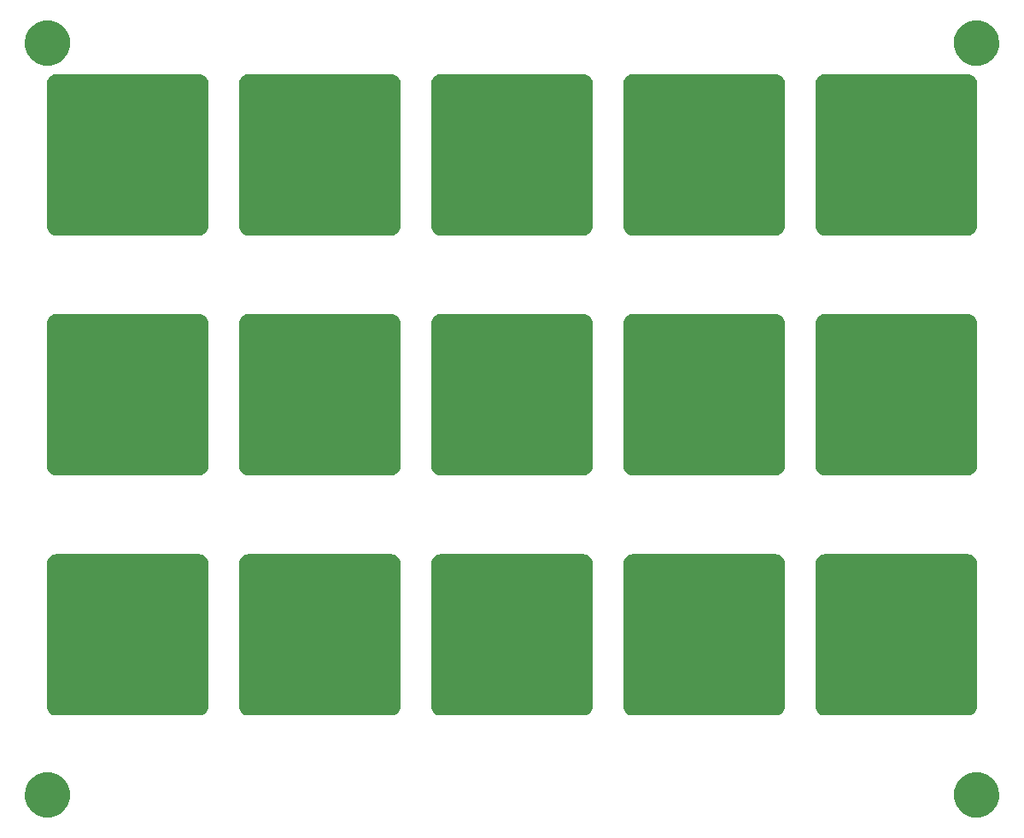
<source format=gbs>
G04 #@! TF.GenerationSoftware,KiCad,Pcbnew,(5.0.2)-1*
G04 #@! TF.CreationDate,2019-04-26T21:04:54-07:00*
G04 #@! TF.ProjectId,Summit Top,53756d6d-6974-4205-946f-702e6b696361,rev?*
G04 #@! TF.SameCoordinates,Original*
G04 #@! TF.FileFunction,Soldermask,Bot*
G04 #@! TF.FilePolarity,Negative*
%FSLAX46Y46*%
G04 Gerber Fmt 4.6, Leading zero omitted, Abs format (unit mm)*
G04 Created by KiCad (PCBNEW (5.0.2)-1) date 4/26/2019 9:04:54 PM*
%MOMM*%
%LPD*%
G01*
G04 APERTURE LIST*
%ADD10C,0.100000*%
G04 APERTURE END LIST*
D10*
G36*
X132070945Y-108891254D02*
X132419093Y-108960504D01*
X132828749Y-109130189D01*
X133197429Y-109376534D01*
X133510966Y-109690071D01*
X133757311Y-110058751D01*
X133926996Y-110468407D01*
X133977836Y-110724000D01*
X134013500Y-110903294D01*
X134013500Y-111346706D01*
X133996246Y-111433445D01*
X133926996Y-111781593D01*
X133757311Y-112191249D01*
X133510966Y-112559929D01*
X133197429Y-112873466D01*
X132828749Y-113119811D01*
X132419093Y-113289496D01*
X132070945Y-113358746D01*
X131984206Y-113376000D01*
X131540794Y-113376000D01*
X131454055Y-113358746D01*
X131105907Y-113289496D01*
X130696251Y-113119811D01*
X130327571Y-112873466D01*
X130014034Y-112559929D01*
X129767689Y-112191249D01*
X129598004Y-111781593D01*
X129528754Y-111433445D01*
X129511500Y-111346706D01*
X129511500Y-110903294D01*
X129547164Y-110724000D01*
X129598004Y-110468407D01*
X129767689Y-110058751D01*
X130014034Y-109690071D01*
X130327571Y-109376534D01*
X130696251Y-109130189D01*
X131105907Y-108960504D01*
X131454055Y-108891254D01*
X131540794Y-108874000D01*
X131984206Y-108874000D01*
X132070945Y-108891254D01*
X132070945Y-108891254D01*
G37*
G36*
X39995945Y-108891254D02*
X40344093Y-108960504D01*
X40753749Y-109130189D01*
X41122429Y-109376534D01*
X41435966Y-109690071D01*
X41682311Y-110058751D01*
X41851996Y-110468407D01*
X41902836Y-110724000D01*
X41938500Y-110903294D01*
X41938500Y-111346706D01*
X41921246Y-111433445D01*
X41851996Y-111781593D01*
X41682311Y-112191249D01*
X41435966Y-112559929D01*
X41122429Y-112873466D01*
X40753749Y-113119811D01*
X40344093Y-113289496D01*
X39995945Y-113358746D01*
X39909206Y-113376000D01*
X39465794Y-113376000D01*
X39379055Y-113358746D01*
X39030907Y-113289496D01*
X38621251Y-113119811D01*
X38252571Y-112873466D01*
X37939034Y-112559929D01*
X37692689Y-112191249D01*
X37523004Y-111781593D01*
X37453754Y-111433445D01*
X37436500Y-111346706D01*
X37436500Y-110903294D01*
X37472164Y-110724000D01*
X37523004Y-110468407D01*
X37692689Y-110058751D01*
X37939034Y-109690071D01*
X38252571Y-109376534D01*
X38621251Y-109130189D01*
X39030907Y-108960504D01*
X39379055Y-108891254D01*
X39465794Y-108874000D01*
X39909206Y-108874000D01*
X39995945Y-108891254D01*
X39995945Y-108891254D01*
G37*
G36*
X131108006Y-87267706D02*
X131274973Y-87318355D01*
X131428845Y-87400602D01*
X131563714Y-87511286D01*
X131674398Y-87646155D01*
X131756645Y-87800027D01*
X131807294Y-87966994D01*
X131825000Y-88146765D01*
X131825000Y-102353235D01*
X131807294Y-102533006D01*
X131756645Y-102699973D01*
X131674398Y-102853845D01*
X131563714Y-102988714D01*
X131428845Y-103099398D01*
X131274973Y-103181645D01*
X131108006Y-103232294D01*
X130928235Y-103250000D01*
X116721765Y-103250000D01*
X116541994Y-103232294D01*
X116375027Y-103181645D01*
X116221155Y-103099398D01*
X116086286Y-102988714D01*
X115975602Y-102853845D01*
X115893355Y-102699973D01*
X115842706Y-102533006D01*
X115825000Y-102353235D01*
X115825000Y-88146765D01*
X115842706Y-87966994D01*
X115893355Y-87800027D01*
X115975602Y-87646155D01*
X116086286Y-87511286D01*
X116221155Y-87400602D01*
X116375027Y-87318355D01*
X116541994Y-87267706D01*
X116721765Y-87250000D01*
X130928235Y-87250000D01*
X131108006Y-87267706D01*
X131108006Y-87267706D01*
G37*
G36*
X54908006Y-87267706D02*
X55074973Y-87318355D01*
X55228845Y-87400602D01*
X55363714Y-87511286D01*
X55474398Y-87646155D01*
X55556645Y-87800027D01*
X55607294Y-87966994D01*
X55625000Y-88146765D01*
X55625000Y-102353235D01*
X55607294Y-102533006D01*
X55556645Y-102699973D01*
X55474398Y-102853845D01*
X55363714Y-102988714D01*
X55228845Y-103099398D01*
X55074973Y-103181645D01*
X54908006Y-103232294D01*
X54728235Y-103250000D01*
X40521765Y-103250000D01*
X40341994Y-103232294D01*
X40175027Y-103181645D01*
X40021155Y-103099398D01*
X39886286Y-102988714D01*
X39775602Y-102853845D01*
X39693355Y-102699973D01*
X39642706Y-102533006D01*
X39625000Y-102353235D01*
X39625000Y-88146765D01*
X39642706Y-87966994D01*
X39693355Y-87800027D01*
X39775602Y-87646155D01*
X39886286Y-87511286D01*
X40021155Y-87400602D01*
X40175027Y-87318355D01*
X40341994Y-87267706D01*
X40521765Y-87250000D01*
X54728235Y-87250000D01*
X54908006Y-87267706D01*
X54908006Y-87267706D01*
G37*
G36*
X73958006Y-87267706D02*
X74124973Y-87318355D01*
X74278845Y-87400602D01*
X74413714Y-87511286D01*
X74524398Y-87646155D01*
X74606645Y-87800027D01*
X74657294Y-87966994D01*
X74675000Y-88146765D01*
X74675000Y-102353235D01*
X74657294Y-102533006D01*
X74606645Y-102699973D01*
X74524398Y-102853845D01*
X74413714Y-102988714D01*
X74278845Y-103099398D01*
X74124973Y-103181645D01*
X73958006Y-103232294D01*
X73778235Y-103250000D01*
X59571765Y-103250000D01*
X59391994Y-103232294D01*
X59225027Y-103181645D01*
X59071155Y-103099398D01*
X58936286Y-102988714D01*
X58825602Y-102853845D01*
X58743355Y-102699973D01*
X58692706Y-102533006D01*
X58675000Y-102353235D01*
X58675000Y-88146765D01*
X58692706Y-87966994D01*
X58743355Y-87800027D01*
X58825602Y-87646155D01*
X58936286Y-87511286D01*
X59071155Y-87400602D01*
X59225027Y-87318355D01*
X59391994Y-87267706D01*
X59571765Y-87250000D01*
X73778235Y-87250000D01*
X73958006Y-87267706D01*
X73958006Y-87267706D01*
G37*
G36*
X93008006Y-87267706D02*
X93174973Y-87318355D01*
X93328845Y-87400602D01*
X93463714Y-87511286D01*
X93574398Y-87646155D01*
X93656645Y-87800027D01*
X93707294Y-87966994D01*
X93725000Y-88146765D01*
X93725000Y-102353235D01*
X93707294Y-102533006D01*
X93656645Y-102699973D01*
X93574398Y-102853845D01*
X93463714Y-102988714D01*
X93328845Y-103099398D01*
X93174973Y-103181645D01*
X93008006Y-103232294D01*
X92828235Y-103250000D01*
X78621765Y-103250000D01*
X78441994Y-103232294D01*
X78275027Y-103181645D01*
X78121155Y-103099398D01*
X77986286Y-102988714D01*
X77875602Y-102853845D01*
X77793355Y-102699973D01*
X77742706Y-102533006D01*
X77725000Y-102353235D01*
X77725000Y-88146765D01*
X77742706Y-87966994D01*
X77793355Y-87800027D01*
X77875602Y-87646155D01*
X77986286Y-87511286D01*
X78121155Y-87400602D01*
X78275027Y-87318355D01*
X78441994Y-87267706D01*
X78621765Y-87250000D01*
X92828235Y-87250000D01*
X93008006Y-87267706D01*
X93008006Y-87267706D01*
G37*
G36*
X112058006Y-87267706D02*
X112224973Y-87318355D01*
X112378845Y-87400602D01*
X112513714Y-87511286D01*
X112624398Y-87646155D01*
X112706645Y-87800027D01*
X112757294Y-87966994D01*
X112775000Y-88146765D01*
X112775000Y-102353235D01*
X112757294Y-102533006D01*
X112706645Y-102699973D01*
X112624398Y-102853845D01*
X112513714Y-102988714D01*
X112378845Y-103099398D01*
X112224973Y-103181645D01*
X112058006Y-103232294D01*
X111878235Y-103250000D01*
X97671765Y-103250000D01*
X97491994Y-103232294D01*
X97325027Y-103181645D01*
X97171155Y-103099398D01*
X97036286Y-102988714D01*
X96925602Y-102853845D01*
X96843355Y-102699973D01*
X96792706Y-102533006D01*
X96775000Y-102353235D01*
X96775000Y-88146765D01*
X96792706Y-87966994D01*
X96843355Y-87800027D01*
X96925602Y-87646155D01*
X97036286Y-87511286D01*
X97171155Y-87400602D01*
X97325027Y-87318355D01*
X97491994Y-87267706D01*
X97671765Y-87250000D01*
X111878235Y-87250000D01*
X112058006Y-87267706D01*
X112058006Y-87267706D01*
G37*
G36*
X93008006Y-63455206D02*
X93174973Y-63505855D01*
X93328845Y-63588102D01*
X93463714Y-63698786D01*
X93574398Y-63833655D01*
X93656645Y-63987527D01*
X93707294Y-64154494D01*
X93725000Y-64334265D01*
X93725000Y-78540735D01*
X93707294Y-78720506D01*
X93656645Y-78887473D01*
X93574398Y-79041345D01*
X93463714Y-79176214D01*
X93328845Y-79286898D01*
X93174973Y-79369145D01*
X93008006Y-79419794D01*
X92828235Y-79437500D01*
X78621765Y-79437500D01*
X78441994Y-79419794D01*
X78275027Y-79369145D01*
X78121155Y-79286898D01*
X77986286Y-79176214D01*
X77875602Y-79041345D01*
X77793355Y-78887473D01*
X77742706Y-78720506D01*
X77725000Y-78540735D01*
X77725000Y-64334265D01*
X77742706Y-64154494D01*
X77793355Y-63987527D01*
X77875602Y-63833655D01*
X77986286Y-63698786D01*
X78121155Y-63588102D01*
X78275027Y-63505855D01*
X78441994Y-63455206D01*
X78621765Y-63437500D01*
X92828235Y-63437500D01*
X93008006Y-63455206D01*
X93008006Y-63455206D01*
G37*
G36*
X131108006Y-63455206D02*
X131274973Y-63505855D01*
X131428845Y-63588102D01*
X131563714Y-63698786D01*
X131674398Y-63833655D01*
X131756645Y-63987527D01*
X131807294Y-64154494D01*
X131825000Y-64334265D01*
X131825000Y-78540735D01*
X131807294Y-78720506D01*
X131756645Y-78887473D01*
X131674398Y-79041345D01*
X131563714Y-79176214D01*
X131428845Y-79286898D01*
X131274973Y-79369145D01*
X131108006Y-79419794D01*
X130928235Y-79437500D01*
X116721765Y-79437500D01*
X116541994Y-79419794D01*
X116375027Y-79369145D01*
X116221155Y-79286898D01*
X116086286Y-79176214D01*
X115975602Y-79041345D01*
X115893355Y-78887473D01*
X115842706Y-78720506D01*
X115825000Y-78540735D01*
X115825000Y-64334265D01*
X115842706Y-64154494D01*
X115893355Y-63987527D01*
X115975602Y-63833655D01*
X116086286Y-63698786D01*
X116221155Y-63588102D01*
X116375027Y-63505855D01*
X116541994Y-63455206D01*
X116721765Y-63437500D01*
X130928235Y-63437500D01*
X131108006Y-63455206D01*
X131108006Y-63455206D01*
G37*
G36*
X112058006Y-63455206D02*
X112224973Y-63505855D01*
X112378845Y-63588102D01*
X112513714Y-63698786D01*
X112624398Y-63833655D01*
X112706645Y-63987527D01*
X112757294Y-64154494D01*
X112775000Y-64334265D01*
X112775000Y-78540735D01*
X112757294Y-78720506D01*
X112706645Y-78887473D01*
X112624398Y-79041345D01*
X112513714Y-79176214D01*
X112378845Y-79286898D01*
X112224973Y-79369145D01*
X112058006Y-79419794D01*
X111878235Y-79437500D01*
X97671765Y-79437500D01*
X97491994Y-79419794D01*
X97325027Y-79369145D01*
X97171155Y-79286898D01*
X97036286Y-79176214D01*
X96925602Y-79041345D01*
X96843355Y-78887473D01*
X96792706Y-78720506D01*
X96775000Y-78540735D01*
X96775000Y-64334265D01*
X96792706Y-64154494D01*
X96843355Y-63987527D01*
X96925602Y-63833655D01*
X97036286Y-63698786D01*
X97171155Y-63588102D01*
X97325027Y-63505855D01*
X97491994Y-63455206D01*
X97671765Y-63437500D01*
X111878235Y-63437500D01*
X112058006Y-63455206D01*
X112058006Y-63455206D01*
G37*
G36*
X73958006Y-63455206D02*
X74124973Y-63505855D01*
X74278845Y-63588102D01*
X74413714Y-63698786D01*
X74524398Y-63833655D01*
X74606645Y-63987527D01*
X74657294Y-64154494D01*
X74675000Y-64334265D01*
X74675000Y-78540735D01*
X74657294Y-78720506D01*
X74606645Y-78887473D01*
X74524398Y-79041345D01*
X74413714Y-79176214D01*
X74278845Y-79286898D01*
X74124973Y-79369145D01*
X73958006Y-79419794D01*
X73778235Y-79437500D01*
X59571765Y-79437500D01*
X59391994Y-79419794D01*
X59225027Y-79369145D01*
X59071155Y-79286898D01*
X58936286Y-79176214D01*
X58825602Y-79041345D01*
X58743355Y-78887473D01*
X58692706Y-78720506D01*
X58675000Y-78540735D01*
X58675000Y-64334265D01*
X58692706Y-64154494D01*
X58743355Y-63987527D01*
X58825602Y-63833655D01*
X58936286Y-63698786D01*
X59071155Y-63588102D01*
X59225027Y-63505855D01*
X59391994Y-63455206D01*
X59571765Y-63437500D01*
X73778235Y-63437500D01*
X73958006Y-63455206D01*
X73958006Y-63455206D01*
G37*
G36*
X54908006Y-63455206D02*
X55074973Y-63505855D01*
X55228845Y-63588102D01*
X55363714Y-63698786D01*
X55474398Y-63833655D01*
X55556645Y-63987527D01*
X55607294Y-64154494D01*
X55625000Y-64334265D01*
X55625000Y-78540735D01*
X55607294Y-78720506D01*
X55556645Y-78887473D01*
X55474398Y-79041345D01*
X55363714Y-79176214D01*
X55228845Y-79286898D01*
X55074973Y-79369145D01*
X54908006Y-79419794D01*
X54728235Y-79437500D01*
X40521765Y-79437500D01*
X40341994Y-79419794D01*
X40175027Y-79369145D01*
X40021155Y-79286898D01*
X39886286Y-79176214D01*
X39775602Y-79041345D01*
X39693355Y-78887473D01*
X39642706Y-78720506D01*
X39625000Y-78540735D01*
X39625000Y-64334265D01*
X39642706Y-64154494D01*
X39693355Y-63987527D01*
X39775602Y-63833655D01*
X39886286Y-63698786D01*
X40021155Y-63588102D01*
X40175027Y-63505855D01*
X40341994Y-63455206D01*
X40521765Y-63437500D01*
X54728235Y-63437500D01*
X54908006Y-63455206D01*
X54908006Y-63455206D01*
G37*
G36*
X54908006Y-39642706D02*
X55074973Y-39693355D01*
X55228845Y-39775602D01*
X55363714Y-39886286D01*
X55474398Y-40021155D01*
X55556645Y-40175027D01*
X55607294Y-40341994D01*
X55625000Y-40521765D01*
X55625000Y-54728235D01*
X55607294Y-54908006D01*
X55556645Y-55074973D01*
X55474398Y-55228845D01*
X55363714Y-55363714D01*
X55228845Y-55474398D01*
X55074973Y-55556645D01*
X54908006Y-55607294D01*
X54728235Y-55625000D01*
X40521765Y-55625000D01*
X40341994Y-55607294D01*
X40175027Y-55556645D01*
X40021155Y-55474398D01*
X39886286Y-55363714D01*
X39775602Y-55228845D01*
X39693355Y-55074973D01*
X39642706Y-54908006D01*
X39625000Y-54728235D01*
X39625000Y-40521765D01*
X39642706Y-40341994D01*
X39693355Y-40175027D01*
X39775602Y-40021155D01*
X39886286Y-39886286D01*
X40021155Y-39775602D01*
X40175027Y-39693355D01*
X40341994Y-39642706D01*
X40521765Y-39625000D01*
X54728235Y-39625000D01*
X54908006Y-39642706D01*
X54908006Y-39642706D01*
G37*
G36*
X131108006Y-39642706D02*
X131274973Y-39693355D01*
X131428845Y-39775602D01*
X131563714Y-39886286D01*
X131674398Y-40021155D01*
X131756645Y-40175027D01*
X131807294Y-40341994D01*
X131825000Y-40521765D01*
X131825000Y-54728235D01*
X131807294Y-54908006D01*
X131756645Y-55074973D01*
X131674398Y-55228845D01*
X131563714Y-55363714D01*
X131428845Y-55474398D01*
X131274973Y-55556645D01*
X131108006Y-55607294D01*
X130928235Y-55625000D01*
X116721765Y-55625000D01*
X116541994Y-55607294D01*
X116375027Y-55556645D01*
X116221155Y-55474398D01*
X116086286Y-55363714D01*
X115975602Y-55228845D01*
X115893355Y-55074973D01*
X115842706Y-54908006D01*
X115825000Y-54728235D01*
X115825000Y-40521765D01*
X115842706Y-40341994D01*
X115893355Y-40175027D01*
X115975602Y-40021155D01*
X116086286Y-39886286D01*
X116221155Y-39775602D01*
X116375027Y-39693355D01*
X116541994Y-39642706D01*
X116721765Y-39625000D01*
X130928235Y-39625000D01*
X131108006Y-39642706D01*
X131108006Y-39642706D01*
G37*
G36*
X112058006Y-39642706D02*
X112224973Y-39693355D01*
X112378845Y-39775602D01*
X112513714Y-39886286D01*
X112624398Y-40021155D01*
X112706645Y-40175027D01*
X112757294Y-40341994D01*
X112775000Y-40521765D01*
X112775000Y-54728235D01*
X112757294Y-54908006D01*
X112706645Y-55074973D01*
X112624398Y-55228845D01*
X112513714Y-55363714D01*
X112378845Y-55474398D01*
X112224973Y-55556645D01*
X112058006Y-55607294D01*
X111878235Y-55625000D01*
X97671765Y-55625000D01*
X97491994Y-55607294D01*
X97325027Y-55556645D01*
X97171155Y-55474398D01*
X97036286Y-55363714D01*
X96925602Y-55228845D01*
X96843355Y-55074973D01*
X96792706Y-54908006D01*
X96775000Y-54728235D01*
X96775000Y-40521765D01*
X96792706Y-40341994D01*
X96843355Y-40175027D01*
X96925602Y-40021155D01*
X97036286Y-39886286D01*
X97171155Y-39775602D01*
X97325027Y-39693355D01*
X97491994Y-39642706D01*
X97671765Y-39625000D01*
X111878235Y-39625000D01*
X112058006Y-39642706D01*
X112058006Y-39642706D01*
G37*
G36*
X93008006Y-39642706D02*
X93174973Y-39693355D01*
X93328845Y-39775602D01*
X93463714Y-39886286D01*
X93574398Y-40021155D01*
X93656645Y-40175027D01*
X93707294Y-40341994D01*
X93725000Y-40521765D01*
X93725000Y-54728235D01*
X93707294Y-54908006D01*
X93656645Y-55074973D01*
X93574398Y-55228845D01*
X93463714Y-55363714D01*
X93328845Y-55474398D01*
X93174973Y-55556645D01*
X93008006Y-55607294D01*
X92828235Y-55625000D01*
X78621765Y-55625000D01*
X78441994Y-55607294D01*
X78275027Y-55556645D01*
X78121155Y-55474398D01*
X77986286Y-55363714D01*
X77875602Y-55228845D01*
X77793355Y-55074973D01*
X77742706Y-54908006D01*
X77725000Y-54728235D01*
X77725000Y-40521765D01*
X77742706Y-40341994D01*
X77793355Y-40175027D01*
X77875602Y-40021155D01*
X77986286Y-39886286D01*
X78121155Y-39775602D01*
X78275027Y-39693355D01*
X78441994Y-39642706D01*
X78621765Y-39625000D01*
X92828235Y-39625000D01*
X93008006Y-39642706D01*
X93008006Y-39642706D01*
G37*
G36*
X73958006Y-39642706D02*
X74124973Y-39693355D01*
X74278845Y-39775602D01*
X74413714Y-39886286D01*
X74524398Y-40021155D01*
X74606645Y-40175027D01*
X74657294Y-40341994D01*
X74675000Y-40521765D01*
X74675000Y-54728235D01*
X74657294Y-54908006D01*
X74606645Y-55074973D01*
X74524398Y-55228845D01*
X74413714Y-55363714D01*
X74278845Y-55474398D01*
X74124973Y-55556645D01*
X73958006Y-55607294D01*
X73778235Y-55625000D01*
X59571765Y-55625000D01*
X59391994Y-55607294D01*
X59225027Y-55556645D01*
X59071155Y-55474398D01*
X58936286Y-55363714D01*
X58825602Y-55228845D01*
X58743355Y-55074973D01*
X58692706Y-54908006D01*
X58675000Y-54728235D01*
X58675000Y-40521765D01*
X58692706Y-40341994D01*
X58743355Y-40175027D01*
X58825602Y-40021155D01*
X58936286Y-39886286D01*
X59071155Y-39775602D01*
X59225027Y-39693355D01*
X59391994Y-39642706D01*
X59571765Y-39625000D01*
X73778235Y-39625000D01*
X73958006Y-39642706D01*
X73958006Y-39642706D01*
G37*
G36*
X39995945Y-34278754D02*
X40344093Y-34348004D01*
X40753749Y-34517689D01*
X41122429Y-34764034D01*
X41435966Y-35077571D01*
X41682311Y-35446251D01*
X41851996Y-35855907D01*
X41902836Y-36111500D01*
X41938500Y-36290794D01*
X41938500Y-36734206D01*
X41921246Y-36820945D01*
X41851996Y-37169093D01*
X41682311Y-37578749D01*
X41435966Y-37947429D01*
X41122429Y-38260966D01*
X40753749Y-38507311D01*
X40344093Y-38676996D01*
X39995945Y-38746246D01*
X39909206Y-38763500D01*
X39465794Y-38763500D01*
X39379055Y-38746246D01*
X39030907Y-38676996D01*
X38621251Y-38507311D01*
X38252571Y-38260966D01*
X37939034Y-37947429D01*
X37692689Y-37578749D01*
X37523004Y-37169093D01*
X37453754Y-36820945D01*
X37436500Y-36734206D01*
X37436500Y-36290794D01*
X37472164Y-36111500D01*
X37523004Y-35855907D01*
X37692689Y-35446251D01*
X37939034Y-35077571D01*
X38252571Y-34764034D01*
X38621251Y-34517689D01*
X39030907Y-34348004D01*
X39379055Y-34278754D01*
X39465794Y-34261500D01*
X39909206Y-34261500D01*
X39995945Y-34278754D01*
X39995945Y-34278754D01*
G37*
G36*
X132070945Y-34278754D02*
X132419093Y-34348004D01*
X132828749Y-34517689D01*
X133197429Y-34764034D01*
X133510966Y-35077571D01*
X133757311Y-35446251D01*
X133926996Y-35855907D01*
X133977836Y-36111500D01*
X134013500Y-36290794D01*
X134013500Y-36734206D01*
X133996246Y-36820945D01*
X133926996Y-37169093D01*
X133757311Y-37578749D01*
X133510966Y-37947429D01*
X133197429Y-38260966D01*
X132828749Y-38507311D01*
X132419093Y-38676996D01*
X132070945Y-38746246D01*
X131984206Y-38763500D01*
X131540794Y-38763500D01*
X131454055Y-38746246D01*
X131105907Y-38676996D01*
X130696251Y-38507311D01*
X130327571Y-38260966D01*
X130014034Y-37947429D01*
X129767689Y-37578749D01*
X129598004Y-37169093D01*
X129528754Y-36820945D01*
X129511500Y-36734206D01*
X129511500Y-36290794D01*
X129547164Y-36111500D01*
X129598004Y-35855907D01*
X129767689Y-35446251D01*
X130014034Y-35077571D01*
X130327571Y-34764034D01*
X130696251Y-34517689D01*
X131105907Y-34348004D01*
X131454055Y-34278754D01*
X131540794Y-34261500D01*
X131984206Y-34261500D01*
X132070945Y-34278754D01*
X132070945Y-34278754D01*
G37*
M02*

</source>
